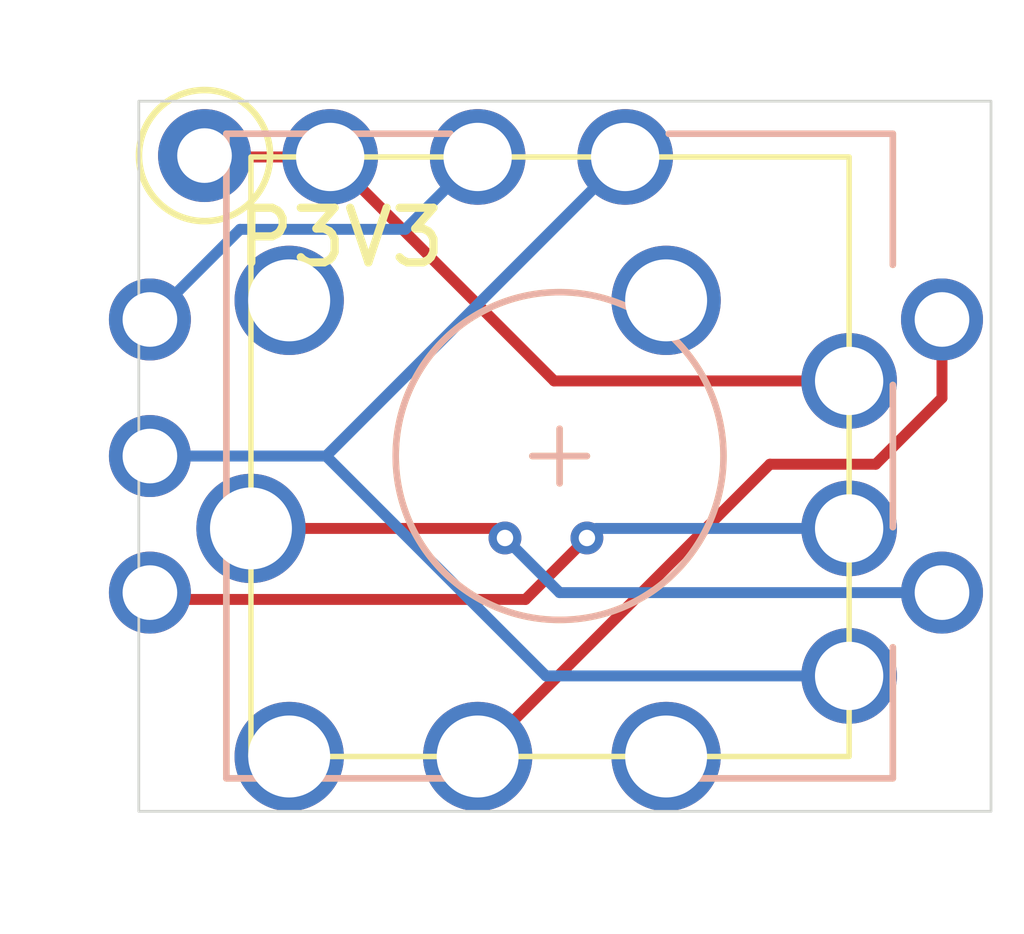
<source format=kicad_pcb>
(kicad_pcb (version 20240108) (generator "pcbnew") (generator_version "8.0")
  (layers (0 "F.Cu" signal) (31 "B.Cu" signal) (34 "B.Paste" user) (35 "F.Paste" user) (36 "B.SilkS" user "B.Silkscreen") (37 "F.SilkS" user "F.Silkscreen") (38 "B.Mask" user) (39 "F.Mask" user) (44 "Edge.Cuts" user))
  (net 0 "")
  (net 2 "Net-(J1-Ax1Tap)")
  (net 5 "GND")
  (net 6 "+3.3V")
  (net 7 "Net-(J1-Ax2Tap)")
  (net 9 "Net-(J1-SwB)")
  (net 10 "Net-(J1-SwA)")
  (footprint "jea:FJ06K" (layer "F.Cu") (at 98.5 105.825)
    (property "Reference" "J1" (hide yes))
    (property "Value" "~" (hide yes))
    (fp_rect (start -4.15 -6.8) (end 6.8 4.175) (stroke (width 0.1)) (fill none) (layer "F.SilkS"))
    (pad "1" thru_hole circle (at -4.15 0) (size 2 2) (drill 1.5) (layers "*.Cu" "*.Mask") (net 10 "Net-(J1-SwA)"))
    (pad "2" thru_hole circle (at 0 4.175) (size 2 2) (drill 1.5) (layers "*.Cu" "*.Mask") (net 9 "Net-(J1-SwB)"))
    (pad "3" thru_hole circle (at -2.7 -6.8) (size 1.75 1.75) (drill 1.25) (layers "*.Cu" "*.Mask") (net 6 "+3.3V"))
    (pad "4" thru_hole circle (at 0 -6.8) (size 1.75 1.75) (drill 1.25) (layers "*.Cu" "*.Mask") (net 2 "Net-(J1-Ax1Tap)"))
    (pad "5" thru_hole circle (at 2.7 -6.8) (size 1.75 1.75) (drill 1.25) (layers "*.Cu" "*.Mask") (net 5 "GND"))
    (pad "6" thru_hole circle (at 6.8 -2.7) (size 1.75 1.75) (drill 1.25) (layers "*.Cu" "*.Mask") (net 6 "+3.3V"))
    (pad "7" thru_hole circle (at 6.8 0) (size 1.75 1.75) (drill 1.25) (layers "*.Cu" "*.Mask") (net 7 "Net-(J1-Ax2Tap)"))
    (pad "8" thru_hole circle (at 6.8 2.7) (size 1.75 1.75) (drill 1.25) (layers "*.Cu" "*.Mask") (net 5 "GND"))
    (pad "9" thru_hole circle (at -3.45 -4.175) (size 2 2) (drill 1.5) (layers "*.Cu" "*.Mask"))
    (pad "10" thru_hole circle (at 3.45 -4.175) (size 2 2) (drill 1.5) (layers "*.Cu" "*.Mask"))
    (pad "11" thru_hole circle (at 3.45 4.175) (size 2 2) (drill 1.5) (layers "*.Cu" "*.Mask"))
    (pad "12" thru_hole circle (at -3.45 4.175) (size 2 2) (drill 1.5) (layers "*.Cu" "*.Mask"))
  )
  (footprint "jea:ec11e_from_sofle_nomp" (layer "F.Cu") (at 100 104.5)
    (property "Reference" "SW1" (hide yes))
    (property "Value" "EC11 socket")
    (fp_line (start -6.1 -5.9) (end -6.1 5.9) (stroke (width 0.12)) (layer "B.SilkS"))
    (fp_line (start -2 -5.9) (end -6.1 -5.9) (stroke (width 0.12)) (layer "B.SilkS"))
    (fp_line (start -2 5.9) (end -6.1 5.9) (stroke (width 0.12)) (layer "B.SilkS"))
    (fp_line (start -0.5 0) (end 0.5 0) (stroke (width 0.12)) (layer "B.SilkS"))
    (fp_line (start 0 -0.5) (end 0 0.5) (stroke (width 0.12)) (layer "B.SilkS"))
    (fp_line (start 2 -5.9) (end 6.1 -5.9) (stroke (width 0.12)) (layer "B.SilkS"))
    (fp_line (start 6.1 -5.9) (end 6.1 -3.5) (stroke (width 0.12)) (layer "B.SilkS"))
    (fp_line (start 6.1 -1.3) (end 6.1 1.3) (stroke (width 0.12)) (layer "B.SilkS"))
    (fp_line (start 6.1 3.5) (end 6.1 5.9) (stroke (width 0.12)) (layer "B.SilkS"))
    (fp_line (start 6.1 5.9) (end 2 5.9) (stroke (width 0.12)) (layer "B.SilkS"))
    (fp_circle (center 0 0) (end 3 0) (stroke (width 0.12)) (fill none) (layer "B.SilkS"))
    (fp_line (start -6.1 -5.9) (end -6.1 5.9) (stroke (width 0.12)) (layer "F.SilkS"))
    (fp_line (start -2 -5.9) (end -6.1 -5.9) (stroke (width 0.12)) (layer "F.SilkS"))
    (fp_line (start -2 5.9) (end -6.1 5.9) (stroke (width 0.12)) (layer "F.SilkS"))
    (fp_line (start -0.5 0) (end 0.5 0) (stroke (width 0.12)) (layer "F.SilkS"))
    (fp_line (start 0 -0.5) (end 0 0.5) (stroke (width 0.12)) (layer "F.SilkS"))
    (fp_line (start 2 -5.9) (end 6.1 -5.9) (stroke (width 0.12)) (layer "F.SilkS"))
    (fp_line (start 6.1 -5.9) (end 6.1 -3.5) (stroke (width 0.12)) (layer "F.SilkS"))
    (fp_line (start 6.1 -1.3) (end 6.1 1.3) (stroke (width 0.12)) (layer "F.SilkS"))
    (fp_line (start 6.1 3.5) (end 6.1 5.9) (stroke (width 0.12)) (layer "F.SilkS"))
    (fp_line (start 6.1 5.9) (end 2 5.9) (stroke (width 0.12)) (layer "F.SilkS"))
    (fp_circle (center 0 0) (end 3 0) (stroke (width 0.12)) (fill none) (layer "F.SilkS"))
    (pad "A" thru_hole circle (at -7.5 -2.5) (size 1.5 1.5) (drill 1) (layers "*.Cu" "*.Mask") (net 2 "Net-(J1-Ax1Tap)"))
    (pad "B" thru_hole circle (at -7.5 2.5) (size 1.5 1.5) (drill 1) (layers "*.Cu" "*.Mask") (net 7 "Net-(J1-Ax2Tap)"))
    (pad "C" thru_hole circle (at -7.5 0) (size 1.5 1.5) (drill 1) (layers "*.Cu" "*.Mask") (net 5 "GND"))
    (pad "S1" thru_hole circle (at 7 2.5) (size 1.5 1.5) (drill 1) (layers "*.Cu" "*.Mask") (net 10 "Net-(J1-SwA)"))
    (pad "S2" thru_hole circle (at 7 -2.5) (size 1.5 1.5) (drill 1) (layers "*.Cu" "*.Mask") (net 9 "Net-(J1-SwB)"))
  )
  (footprint "TestPoint:TestPoint_THTPad_D2.0mm_Drill1.0mm" (layer "F.Cu") (at 93.5 99)
    (property "Reference" "P3V3" (at 2.5 1.5 0) (layer "F.SilkS"))
    (property "Value" "PowerPad")
    (fp_circle (center 0 0) (end 0 1.2) (stroke (width 0.12)) (fill none) (layer "F.SilkS"))
    (pad "1" thru_hole circle (at 0 0) (size 1.7 1.7) (drill 1) (layers "*.Cu" "*.Mask") (net 6 "+3.3V"))
  )
  (gr_rect (start 92.2972 98.0036) (end 107.8972 111.0036) (stroke (width 0.05)) (fill none) (layer "Edge.Cuts"))
  (segment (start 98.5 99.025) (end 97.175 100.35) (width 0.2) (layer "B.Cu") (net 2))
  (segment (start 97.175 100.35) (end 94.15 100.35) (width 0.2) (layer "B.Cu") (net 2))
  (segment (start 94.15 100.35) (end 92.5 102) (width 0.2) (layer "B.Cu") (net 2))
  (segment (start 101.2 99.025) (end 95.725 104.5) (width 0.2) (layer "B.Cu") (net 5))
  (segment (start 99.75 108.525) (end 95.725 104.5) (width 0.2) (layer "B.Cu") (net 5))
  (segment (start 105.3 108.525) (end 99.75 108.525) (width 0.2) (layer "B.Cu") (net 5))
  (segment (start 95.725 104.5) (end 92.5 104.5) (width 0.2) (layer "B.Cu") (net 5))
  (segment (start 99.9 103.125) (end 105.3 103.125) (width 0.2) (layer "F.Cu") (net 6))
  (segment (start 95.8 99.025) (end 99.9 103.125) (width 0.2) (layer "F.Cu") (net 6))
  (segment (start 93 99) (end 93.5 99) (width 0.2) (layer "F.Cu") (net 6))
  (segment (start 93.525 99.025) (end 95.8 99.025) (width 0.2) (layer "F.Cu") (net 6))
  (segment (start 93.5 99) (end 93.525 99.025) (width 0.2) (layer "F.Cu") (net 6))
  (segment (start 92.625 107.125) (end 99.375 107.125) (width 0.2) (layer "F.Cu") (net 7))
  (segment (start 99.375 107.125) (end 100.5 106) (width 0.2) (layer "F.Cu") (net 7))
  (segment (start 92.5 107) (end 92.625 107.125) (width 0.2) (layer "F.Cu") (net 7))
  (via (at 100.5 106) (size 0.6) (drill 0.3) (layers "F.Cu" "B.Cu") (net 7))
  (segment (start 100.5 106) (end 100.675 105.825) (width 0.2) (layer "B.Cu") (net 7))
  (segment (start 100.675 105.825) (end 105.3 105.825) (width 0.2) (layer "B.Cu") (net 7))
  (segment (start 107 102) (end 107 103.436701) (width 0.2) (layer "F.Cu") (net 9))
  (segment (start 107 103.436701) (end 105.786701 104.65) (width 0.2) (layer "F.Cu") (net 9))
  (segment (start 103.85 104.65) (end 98.5 110) (width 0.2) (layer "F.Cu") (net 9))
  (segment (start 105.786701 104.65) (end 103.85 104.65) (width 0.2) (layer "F.Cu") (net 9))
  (segment (start 94.35 105.825) (end 98.825 105.825) (width 0.2) (layer "F.Cu") (net 10))
  (segment (start 98.825 105.825) (end 99 106) (width 0.2) (layer "F.Cu") (net 10))
  (via (at 99 106) (size 0.6) (drill 0.3) (layers "F.Cu" "B.Cu") (net 10))
  (segment (start 100 107) (end 107 107) (width 0.2) (layer "B.Cu") (net 10))
  (segment (start 99 106) (end 100 107) (width 0.2) (layer "B.Cu") (net 10))
)
</source>
